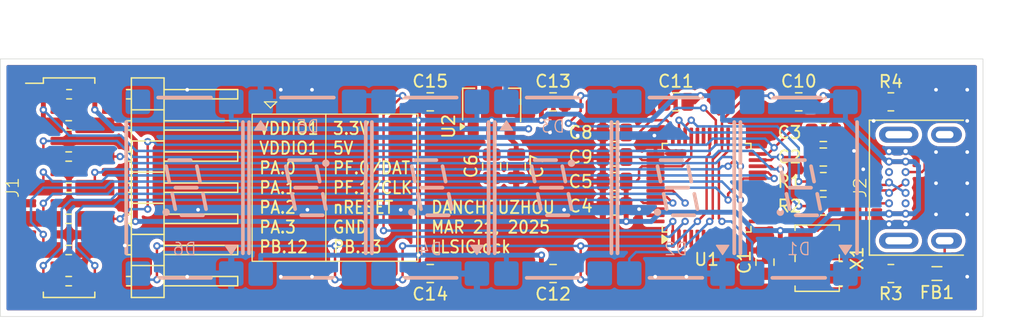
<source format=kicad_pcb>
(kicad_pcb (version 20240108) (generator "pcbnew") (generator_version "8.0")
  (layers (0 "F.Cu" signal) (31 "B.Cu" signal) (34 "B.Paste" user) (35 "F.Paste" user) (36 "B.SilkS" user "B.Silkscreen") (37 "F.SilkS" user "F.Silkscreen") (38 "B.Mask" user) (39 "F.Mask" user) (44 "Edge.Cuts" user))
  (net 0 "")
  (net 1 "+5V")
  (net 2 "GND")
  (net 3 "Net-(J2-SHIELD)")
  (net 4 "Net-(J2-CC2)")
  (net 5 "+3.3V")
  (net 6 "Net-(U1-USB_V_{DD33_CAP})")
  (net 7 "Net-(U1-LDO_CAP)")
  (net 8 "/LLSI1")
  (net 10 "/PB.13")
  (net 11 "/VDDIO1")
  (net 12 "/PB.12")
  (net 13 "/PA.0")
  (net 14 "/PA.1")
  (net 15 "/nRESET")
  (net 17 "/PF.0{slash}ICE_DAT")
  (net 20 "/PA.2")
  (net 22 "/PF.1{slash}ICE_CLK")
  (net 25 "/PA.3")
  (net 28 "/D-")
  (net 29 "/D+")
  (net 32 "Net-(U1-USB_D-)")
  (net 35 "Net-(U1-USB_D+)")
  (net 36 "/LLSI0")
  (net 39 "/LLSI2")
  (net 40 "/LLSI3")
  (net 42 "/LLSI4")
  (net 43 "/LLSI5")
  (net 46 "/XT1_IN")
  (net 53 "Net-(J2-CC1)")
  (footprint "Resistor_SMD:R_0805_2012Metric" (layer "F.Cu") (at 72.5 3.5)
    (property "Reference" "R4")
    (property "Value" "5.1K")
  )
  (footprint "Capacitor_SMD:C_0805_2012Metric" (layer "F.Cu") (at 45 3.5 180)
    (property "Reference" "C13")
    (property "Value" "1uF")
  )
  (footprint "Capacitor_SMD:C_0805_2012Metric" (layer "F.Cu") (at 55 3.5)
    (property "Reference" "C11")
    (property "Value" "1uF")
  )
  (footprint "Capacitor_SMD:C_0805_2012Metric" (layer "F.Cu") (at 62.25 16.57 -90)
    (property "Reference" "C1")
    (property "Value" "1uF")
  )
  (footprint "Capacitor_SMD:C_0805_2012Metric" (layer "F.Cu") (at 67 8 180)
    (property "Reference" "C2")
    (property "Value" "1uF")
  )
  (footprint "Capacitor_SMD:C_0805_2012Metric" (layer "F.Cu") (at 35 17.5 180)
    (property "Reference" "C14")
    (property "Value" "1uF")
  )
  (footprint "Capacitor_SMD:C_0805_2012Metric" (layer "F.Cu") (at 45 17.5 180)
    (property "Reference" "C12")
    (property "Value" "1uF")
  )
  (footprint "Inductor_SMD:L_0805_2012Metric" (layer "F.Cu") (at 76.25 17.5)
    (property "Reference" "FB1")
    (property "Value" "FerriteBead_Small")
  )
  (footprint "Capacitor_SMD:C_0805_2012Metric" (layer "F.Cu") (at 42 8.75 -90)
    (property "Reference" "C7")
    (property "Value" "1uF")
  )
  (footprint "Resistor_SMD:R_0805_2012Metric" (layer "F.Cu") (at 72.5 17.5 180)
    (property "Reference" "R3")
    (property "Value" "5.1K")
  )
  (footprint "Oscillator:Oscillator_SMD_SeikoEpson_SG8002LB-4Pin_5.0x3.2mm" (layer "F.Cu") (at 66.5 16.25 90)
    (property "Reference" "X1")
    (property "Value" "SG-5032CCN")
  )
  (footprint "Resistor_SMD:R_0805_2012Metric" (layer "F.Cu") (at 67 10)
    (property "Reference" "R1")
    (property "Value" "27R")
  )
  (footprint "Capacitor_SMD:C_0805_2012Metric" (layer "F.Cu") (at 40 8.75 -90)
    (property "Reference" "C6")
    (property "Value" "1uF")
  )
  (footprint "Capacitor_SMD:C_0805_2012Metric" (layer "F.Cu") (at 50 6 180)
    (property "Reference" "C8")
    (property "Value" "1uF")
  )
  (footprint "Package_QFP:LQFP-48_7x7mm_P0.5mm" (layer "F.Cu") (at 57.5 10.5 90)
    (property "Reference" "U1")
    (property "Value" "NUC1263LD4CE")
  )
  (footprint "kicad:TSM-107-01-L-DH" (layer "F.Cu") (at 12 10.5)
    (property "Reference" "J1")
    (property "Value" "TSM-107-01-L-DH")
  )
  (footprint "Capacitor_SMD:C_0805_2012Metric" (layer "F.Cu") (at 50 12 180)
    (property "Reference" "C4")
    (property "Value" "1uF")
  )
  (footprint "Capacitor_SMD:C_0805_2012Metric" (layer "F.Cu") (at 67 6)
    (property "Reference" "C3")
    (property "Value" "1uF")
  )
  (footprint "Package_TO_SOT_SMD:SOT-89-3" (layer "F.Cu") (at 40 3.75 90)
    (property "Reference" "U2")
    (property "Value" "MCP1702T-3302E/MB")
  )
  (footprint "kicad:2137160001_USB4085" (layer "F.Cu") (at 80 10.5 90)
    (property "Reference" "J2")
    (property "Value" "USB4085-GF-A")
  )
  (footprint "Capacitor_SMD:C_0805_2012Metric" (layer "F.Cu") (at 35 3.5 180)
    (property "Reference" "C15")
    (property "Value" "1uF")
  )
  (footprint "Resistor_SMD:R_0805_2012Metric" (layer "F.Cu") (at 67 12)
    (property "Reference" "R2")
    (property "Value" "27R")
  )
  (footprint "Capacitor_SMD:C_0805_2012Metric" (layer "F.Cu") (at 50 10)
    (property "Reference" "C5")
    (property "Value" "1uF")
  )
  (footprint "Capacitor_SMD:C_0805_2012Metric" (layer "F.Cu") (at 65 3.5)
    (property "Reference" "C10")
    (property "Value" "1uF")
  )
  (footprint "Capacitor_SMD:C_0805_2012Metric" (layer "F.Cu") (at 50 8 180)
    (property "Reference" "C9")
    (property "Value" "1uF")
  )
  (footprint "kicad:ELSS-4X6RGBWA-T2-S290-C" (layer "B.Cu") (at 65 10.5 180)
    (property "Reference" "D1")
    (property "Value" "ELSS-4X6RGBWA-T2-S290-C")
  )
  (footprint "kicad:ELSS-4X6RGBWA-T2-S290-C" (layer "B.Cu") (at 25 10.5)
    (property "Reference" "D5")
    (property "Value" "ELSS-4X6RGBWA-T2-S290-C")
  )
  (footprint "kicad:ELSS-4X6RGBWA-T2-S290-C" (layer "B.Cu") (at 45 10.5)
    (property "Reference" "D3")
    (property "Value" "ELSS-4X6RGBWA-T2-S290-C")
  )
  (footprint "kicad:ELSS-4X6RGBWA-T2-S290-C" (layer "B.Cu") (at 55 10.5 180)
    (property "Reference" "D2")
    (property "Value" "ELSS-4X6RGBWA-T2-S290-C")
  )
  (footprint "kicad:ELSS-4X6RGBWA-T2-S290-C" (layer "B.Cu") (at 15 10.5 180)
    (property "Reference" "D6")
    (property "Value" "ELSS-4X6RGBWA-T2-S290-C")
  )
  (footprint "kicad:ELSS-4X6RGBWA-T2-S290-C" (layer "B.Cu") (at 35 10.5 180)
    (property "Reference" "D4")
    (property "Value" "ELSS-4X6RGBWA-T2-S290-C")
  )
  (gr_line (start 26.5 4.5) (end 26.5 16.5) (stroke (width 0.1)) (layer "F.SilkS"))
  (gr_rect (start 20.5 4.5) (end 34 16.5) (stroke (width 0.1)) (fill none) (layer "F.SilkS"))
  (gr_line (start 22 4) (end 21.5 3.5) (stroke (width 0.1)) (layer "F.SilkS"))
  (gr_line (start 21.5 3.5) (end 22.5 3.5) (stroke (width 0.1)) (layer "F.SilkS"))
  (gr_line (start 22.5 3.5) (end 22 4) (stroke (width 0.1)) (layer "F.SilkS"))
  (gr_rect (start 0 0) (end 80 21) (stroke (width 0.05)) (fill none) (layer "Edge.Cuts"))
  (gr_text "\n\n\n\nDANCHOUZHOU\nMAR 21, 2025\nLLSIClock" (at 35 10.5 0) (layer "F.SilkS") (effects (font (size 1 0.9)) (justify left)))
  (gr_text "VDDIO1\nVDDIO1\nPA.0\nPA.1\nPA.2\nPA.3\nPB.12" (at 21 10.5 0) (layer "F.SilkS") (effects (font (size 1 0.9)) (justify left)))
  (gr_text "3.3V\n5V\nPF.0/DAT\nPF.1/CLK\nnRESET\nGND\nPB.13" (at 27 10.5 0) (layer "F.SilkS") (effects (font (size 1 0.9)) (justify left)))
  (segment (start 72.35 12.625) (end 73.7 12.625) (width 0.4) (layer "F.Cu") (net 1))
  (segment (start 34.05 5) (end 34.05 3.5) (width 0.4) (layer "F.Cu") (net 1))
  (segment (start 52.098529 11.5) (end 51.45 11.5) (width 0.2) (layer "F.Cu") (net 1))
  (segment (start 55.5 8.75) (end 56.25 8) (width 0.2) (layer "F.Cu") (net 1))
  (segment (start 62.25 17.52) (end 63.5 17.52) (width 0.4) (layer "F.Cu") (net 1))
  (segment (start 44.05 16) (end 44.05 17.5) (width 0.4) (layer "F.Cu") (net 1))
  (segment (start 63.5 17.52) (end 65.4 17.52) (width 0.4) (layer "F.Cu") (net 1))
  (segment (start 51.75 10) (end 52 9.75) (width 0.2) (layer "F.Cu") (net 1))
  (segment (start 11 6.67) (end 9.75 5.42) (width 0.4) (layer "F.Cu") (net 1))
  (segment (start 50.95 12) (end 50.95 10) (width 0.4) (layer "F.Cu") (net 1))
  (segment (start 52 9) (end 52.25 8.75) (width 0.2) (layer "F.Cu") (net 1))
  (segment (start 34.05 16) (end 34.05 17.5) (width 0.4) (layer "F.Cu") (net 1))
  (segment (start 52.25 8.75) (end 53.3375 8.75) (width 0.2) (layer "F.Cu") (net 1))
  (segment (start 50.95 13.25) (end 50.95 12) (width 0.4) (layer "F.Cu") (net 1))
  (segment (start 53.3375 11.75) (end 52.348529 11.75) (width 0.2) (layer "F.Cu") (net 1))
  (segment (start 50.95 10) (end 51.75 10) (width 0.2) (layer "F.Cu") (net 1))
  (segment (start 52 9.75) (end 52 9) (width 0.2) (layer "F.Cu") (net 1))
  (segment (start 40 5.6125) (end 40 7.8) (width 0.4) (layer "F.Cu") (net 1))
  (segment (start 51.45 11.5) (end 50.95 12) (width 0.2) (layer "F.Cu") (net 1))
  (segment (start 66.5 3.5) (end 65.95 3.5) (width 0.4) (layer "F.Cu") (net 1))
  (segment (start 56.25 8) (end 56.25 6.3375) (width 0.2) (layer "F.Cu") (net 1))
  (segment (start 9.75 5.42) (end 7.695 5.42) (width 0.4) (layer "F.Cu") (net 1))
  (segment (start 52.348529 11.75) (end 52.098529 11.5) (width 0.2) (layer "F.Cu") (net 1))
  (segment (start 56.5 3.5) (end 57 3) (width 0.4) (layer "F.Cu") (net 1))
  (segment (start 34.05 5) (end 34.05 16) (width 0.4) (layer "F.Cu") (net 1))
  (segment (start 44.05 5) (end 44.05 3.5) (width 0.4) (layer "F.Cu") (net 1))
  (segment (start 67 3) (end 66.5 3.5) (width 0.4) (layer "F.Cu") (net 1))
  (segment (start 55.95 3.5) (end 56.5 3.5) (width 0.4) (layer "F.Cu") (net 1))
  (segment (start 11 13.25) (end 11 6.67) (width 0.4) (layer "F.Cu") (net 1))
  (segment (start 53.3375 8.75) (end 55.5 8.75) (width 0.2) (layer "F.Cu") (net 1))
  (segment (start 63.5 14) (end 63.5 17.52) (width 0.4) (layer "F.Cu") (net 1))
  (segment (start 72.35 8.375) (end 73.7 8.375) (width 0.4) (layer "F.Cu") (net 1))
  (via (at 34.05 5) (size 0.6) (drill 0.3) (layers "F.Cu" "B.Cu") (net 1))
  (via (at 57 3) (size 0.6) (drill 0.3) (layers "F.Cu" "B.Cu") (net 1))
  (via (at 50.95 13.25) (size 0.6) (drill 0.3) (layers "F.Cu" "B.Cu") (net 1))
  (via (at 34.05 16) (size 0.6) (drill 0.3) (layers "F.Cu" "B.Cu") (net 1))
  (via (at 63.5 14) (size 0.6) (drill 0.3) (layers "F.Cu" "B.Cu") (net 1))
  (via (at 44.05 5) (size 0.6) (drill 0.3) (layers "F.Cu" "B.Cu") (net 1))
  (via (at 67 3) (size 0.6) (drill 0.3) (layers "F.Cu" "B.Cu") (net 1))
  (via (at 40 5) (size 0.6) (drill 0.3) (layers "F.Cu" "B.Cu") (net 1))
  (via (at 11 13.25) (size 0.6) (drill 0.3) (layers "F.Cu" "B.Cu") (net 1))
  (via (at 44.05 16) (size 0.6) (drill 0.3) (layers "F.Cu" "B.Cu") (net 1))
  (segment (start 38.8 5) (end 34.05 5) (width 0.4) (layer "B.Cu") (net 1))
  (segment (start 67 3) (end 68.8 3) (width 0.4) (layer "B.Cu") (net 1))
  (segment (start 53 13.25) (end 50.95 13.25) (width 0.4) (layer "B.Cu") (net 1))
  (segment (start 74.75 8.75) (end 74.75 12.250153) (width 0.4) (layer "B.Cu") (net 1))
  (segment (start 72.35 12.625) (end 67.625 12.625) (width 0.4) (layer "B.Cu") (net 1))
  (segment (start 63.5 14) (end 61.375 14) (width 0.4) (layer "B.Cu") (net 1))
  (segment (start 34.05 16) (end 41.2 16) (width 0.4) (layer "B.Cu") (net 1))
  (segment (start 74.375153 12.625) (end 73.7 12.625) (width 0.4) (layer "B.Cu") (net 1))
  (segment (start 58.8 5) (end 68.8 5) (width 0.4) (layer "B.Cu") (net 1))
  (segment (start 41.2 16) (end 44.05 16) (width 0.4) (layer "B.Cu") (net 1))
  (segment (start 73.7 12.625) (end 72.35 12.625) (width 0.4) (layer "B.Cu") (net 1))
  (segment (start 38.8 5) (end 38.8 3) (width 0.4) (layer "B.Cu") (net 1))
  (segment (start 44.05 5) (end 40 5) (width 0.4) (layer "B.Cu") (net 1))
  (segment (start 55 3) (end 57 3) (width 0.4) (layer "B.Cu") (net 1))
  (segment (start 72.175 8.375) (end 68.8 5) (width 0.4) (layer "B.Cu") (net 1))
  (segment (start 34.05 5) (end 18.8 5) (width 0.4) (layer "B.Cu") (net 1))
  (segment (start 73.7 8.375) (end 74.375 8.375) (width 0.4) (layer "B.Cu") (net 1))
  (segment (start 47.6 5) (end 53 5) (width 0.4) (layer "B.Cu") (net 1))
  (segment (start 41.2 16) (end 41.2 18) (width 0.4) (layer "B.Cu") (net 1))
  (segment (start 53.75 12.5) (end 53 13.25) (width 0.4) (layer "B.Cu") (net 1))
  (segment (start 18.8 5) (end 18.8 3) (width 0.4) (layer "B.Cu") (net 1))
  (segment (start 44.55 4.5) (end 47.1 4.5) (width 0.4) (layer "B.Cu") (net 1))
  (segment (start 72.35 8.375) (end 72.175 8.375) (width 0.4) (layer "B.Cu") (net 1))
  (segment (start 66.25 14) (end 63.5 14) (width 0.4) (layer "B.Cu") (net 1))
  (segment (start 67.625 12.625) (end 66.25 14) (width 0.4) (layer "B.Cu") (net 1))
  (segment (start 21.2 16) (end 34.05 16) (width 0.4) (layer "B.Cu") (net 1))
  (segment (start 72.35 8.375) (end 73.7 8.375) (width 0.4) (layer "B.Cu") (net 1))
  (segment (start 44.05 5) (end 44.55 4.5) (width 0.4) (layer "B.Cu") (net 1))
  (segment (start 68.8 5) (end 68.8 3) (width 0.4) (layer "B.Cu") (net 1))
  (segment (start 40 5) (end 38.8 5) (width 0.4) (layer "B.Cu") (net 1))
  (segment (start 21.2 16) (end 21.2 18) (width 0.4) (layer "B.Cu") (net 1))
  (segment (start 74.375 8.375) (end 74.75 8.75) (width 0.4) (layer "B.Cu") (net 1))
  (segment (start 53 5) (end 55 3) (width 0.4) (layer "B.Cu") (net 1))
  (segment (start 59.875 12.5) (end 53.75 12.5) (width 0.4) (layer "B.Cu") (net 1))
  (segment (start 74.75 12.250153) (end 74.375153 12.625) (width 0.4) (layer "B.Cu") (net 1))
  (segment (start 58.8 3) (end 58.8 5) (width 0.4) (layer "B.Cu") (net 1))
  (segment (start 61.375 14) (end 59.875 12.5) (width 0.4) (layer "B.Cu") (net 1))
  (segment (start 11 13.25) (end 50.95 13.25) (width 0.4) (layer "B.Cu") (net 1))
  (segment (start 57 3) (end 58.8 3) (width 0.4) (layer "B.Cu") (net 1))
  (segment (start 47.1 4.5) (end 47.6 5) (width 0.4) (layer "B.Cu") (net 1))
  (segment (start 53.3375 12.25) (end 52 12.25) (width 0.2) (layer "F.Cu") (net 2))
  (via (at 78.715 2.515) (size 0.6) (drill 0.3) (layers "F.Cu" "B.Cu") (net 2))
  (via (at 55.855 17.755) (size 0.6) (drill 0.3) (layers "F.Cu" "B.Cu") (net 2))
  (via (at 71.095 5.055) (size 0.6) (drill 0.3) (layers "F.Cu" "B.Cu") (net 2))
  (via (at 10.135 15.215) (size 0.6) (drill 0.3) (layers "F.Cu" "B.Cu") (net 2))
  (via (at 47 6.25) (size 0.6) (drill 0.3) (layers "F.Cu" "B.Cu") (net 2))
  (via (at 44.75 6) (size 0.6) (drill 0.3) (layers "F.Cu" "B.Cu") (net 2))
  (via (at 78.715 5.055) (size 0.6) (drill 0.3) (layers "F.Cu" "B.Cu") (net 2))
  (via (at 53.25 6.25) (size 0.6) (drill 0.3) (layers "F.Cu" "B.Cu") (net 2))
  (via (at 32.6 12.3) (size 0.6) (drill 0.3) (layers "F.Cu" "B.Cu") (net 2))
  (via (at 76.175 10.135) (size 0.6) (drill 0.3) (layers "F.Cu" "B.Cu") (net 2))
  (via (at 53.315 17.755) (size 0.6) (drill 0.3) (layers "F.Cu" "B.Cu") (net 2))
  (via (at 25 12.3) (size 0.6) (drill 0.3) (layers "F.Cu" "B.Cu") (net 2))
  (via (at 22.835 2.515) (size 0.6) (drill 0.3) (layers "F.Cu" "B.Cu") (net 2))
  (via (at 78.715 12.675) (size 0.6) (drill 0.3) (layers "F.Cu" "B.Cu") (net 2))
  (via (at 76.175 12.675) (size 0.6) (drill 0.3) (layers "F.Cu" "B.Cu") (net 2))
  (via (at 22.835 17.755) (size 0.6) (drill 0.3) (layers "F.Cu" "B.Cu") (net 2))
  (via (at 15.215 17.755) (size 0.6) (drill 0.3) (layers "F.Cu" "B.Cu") (net 2))
  (via (at 70.25 9) (size 0.6) (drill 0.3) (layers "F.Cu" "B.Cu") (net 2))
  (via (at 25.375 17.755) (size 0.6) (drill 0.3) (layers "F.Cu" "B.Cu") (net 2))
  (via (at 52 12.25) (size 0.6) (drill 0.3) (layers "F.Cu" "B.Cu") (net 2))
  (via (at 15.215 2.515) (size 0.6) (drill 0.3) (layers "F.Cu" "B.Cu") (net 2))
  (via (at 63.5 12.25) (size 0.6) (drill 0.3) (layers "F.Cu" "B.Cu") (net 2))
  (via (at 78.715 17.755) (size 0.6) (drill 0.3) (layers "F.Cu" "B.Cu") (net 2))
  (via (at 69.5 7.5) (size 0.6) (drill 0.3) (layers "F.Cu" "B.Cu") (net 2))
  (via (at 76.175 7.595) (size 0.6) (drill 0.3) (layers "F.Cu" "B.Cu") (net 2))
  (via (at 78.715 7.595) (size 0.6) (drill 0.3) (layers "F.Cu" "B.Cu") (net 2))
  (via (at 76.175 2.515) (size 0.6) (drill 0.3) (layers "F.Cu" "B.Cu") (net 2))
  (via (at 25.375 2.515) (size 0.6) (drill 0.3) (layers "F.Cu" "B.Cu") (net 2))
  (via (at 16.1 12.3) (size 0.6) (drill 0.3) (layers "F.Cu" "B.Cu") (net 2))
  (via (at 45.9 12.3) (size 0.6) (drill 0.3) (layers "F.Cu" "B.Cu") (net 2))
  (via (at 78.715 10.135) (size 0.6) (drill 0.3) (layers "F.Cu" "B.Cu") (net 2))
  (segment (start 77.3125 16.5) (end 76.88 16.0675) (width 0.2) (layer "F.Cu") (net 3))
  (segment (start 77.3125 17.5) (end 77.3125 16.5) (width 0.2) (layer "F.Cu") (net 3))
  (segment (start 76.88 16.0675) (end 76.88 14.8225) (width 0.2) (layer "F.Cu") (net 3))
  (segment (start 75.25 3.75) (end 75.25 9) (width 0.2) (layer "F.Cu") (net 4))
  (segment (start 75.025 9.225) (end 73.7 9.225) (width 0.2) (layer "F.Cu") (net 4))
  (segment (start 75 3.5) (end 75.25 3.75) (width 0.2) (layer "F.Cu") (net 4))
  (segment (start 73.4125 3.5) (end 75 3.5) (width 0.2) (layer "F.Cu") (net 4))
  (segment (start 75.25 9) (end 75.025 9.225) (width 0.2) (layer "F.Cu") (net 4))
  (segment (start 41.5 5.7) (end 43 5.7) (width 0.4) (layer "F.Cu") (net 5))
  (segment (start 41.5 5.7) (end 41.5 6.5) (width 0.4) (layer "F.Cu") (net 5))
  (segment (start 42 7) (end 42 7.8) (width 0.4) (layer "F.Cu") (net 5))
  (segment (start 7.695 4.15) (end 7.695 2.88) (width 0.4) (layer "F.Cu") (net 5))
  (segment (start 41.5 6.5) (end 42 7) (width 0.4) (layer "F.Cu") (net 5))
  (via (at 7.695 4.15) (size 0.6) (drill 0.3) (layers "F.Cu" "B.Cu") (net 5))
  (via (at 43 5.7) (size 0.6) (drill 0.3) (layers "F.Cu" "B.Cu") (net 5))
  (segment (start 9.245 5.7) (end 7.695 4.15) (width 0.4) (layer "B.Cu") (net 5))
  (segment (start 43 5.7) (end 9.245 5.7) (width 0.4) (layer "B.Cu") (net 5))
  (segment (start 53 5) (end 54.25 5) (width 0.2) (layer "F.Cu") (net 6))
  (segment (start 50.95 6) (end 52 6) (width 0.2) (layer "F.Cu") (net 6))
  (segment (start 52 6) (end 53 5) (width 0.2) (layer "F.Cu") (net 6))
  (segment (start 54.25 5) (end 54.75 5.5) (width 0.2) (layer "F.Cu") (net 6))
  (segment (start 54.75 5.5) (end 54.75 6.3375) (width 0.2) (layer "F.Cu") (net 6))
  (segment (start 53.3375 8.25) (end 52.25 8.25) (width 0.2) (layer "F.Cu") (net 7))
  (segment (start 52 8) (end 50.95 8) (width 0.2) (layer "F.Cu") (net 7))
  (segment (start 52.25 8.25) (end 52 8) (width 0.2) (layer "F.Cu") (net 7))
  (segment (start 62.75 3) (end 60.75 3) (width 0.2) (layer "F.Cu") (net 8))
  (segment (start 58.75 6.3375) (end 58.75 7.434314) (width 0.2) (layer "F.Cu") (net 8))
  (segment (start 58.75 7.434314) (end 58 8.184314) (width 0.2) (layer "F.Cu") (net 8))
  (segment (start 58.75 5) (end 58.75 6.3375) (width 0.2) (layer "F.Cu") (net 8))
  (segment (start 58 13) (end 57.75 13.25) (width 0.2) (layer "F.Cu") (net 8))
  (segment (start 58 8.184314) (end 58 13) (width 0.2) (layer "F.Cu") (net 8))
  (segment (start 60.75 3) (end 58.75 5) (width 0.2) (layer "F.Cu") (net 8))
  (via (at 62.75 3) (size 0.6) (drill 0.3) (layers "F.Cu" "B.Cu") (net 8))
  (via (at 57.75 13.25) (size 0.6) (drill 0.3) (layers "F.Cu" "B.Cu") (net 8))
  (segment (start 62.75 3) (end 61.2 3) (width 0.2) (layer "B.Cu") (net 8))
  (segment (start 51.2 16.3) (end 51.75 15.75) (width 0.2) (layer "B.Cu") (net 8))
  (segment (start 51.2 18) (end 51.2 16.3) (width 0.2) (layer "B.Cu") (net 8))
  (segment (start 51.75 15.75) (end 55.25 15.75) (width 0.2) (layer "B.Cu") (net 8))
  (segment (start 55.25 15.75) (end 57.75 13.25) (width 0.2) (layer "B.Cu") (net 8))
  (segment (start 55.75 11.75) (end 54.75 10.75) (width 0.2) (layer "F.Cu") (net 10))
  (segment (start 3.505 18.12) (end 3.505 16.855) (width 0.2) (layer "F.Cu") (net 10))
  (segment (start 3.505 16.855) (end 3.5 16.85) (width 0.2) (layer "F.Cu") (net 10))
  (segment (start 54.75 10.75) (end 53.3375 10.75) (width 0.2) (layer "F.Cu") (net 10))
  (via (at 55.75 11.75) (size 0.6) (drill 0.3) (layers "F.Cu" "B.Cu") (net 10))
  (via (at 3.5 16.85) (size 0.6) (drill 0.3) (layers "F.Cu" "B.Cu") (net 10))
  (segment (start 55 11) (end 9.5 11) (width 0.2) (layer "B.Cu") (net 10))
  (segment (start 9 11.5) (end 5.75 11.5) (width 0.2) (layer "B.Cu") (net 10))
  (segment (start 9.5 11) (end 9 11.5) (width 0.2) (layer "B.Cu") (net 10))
  (segment (start 5 15.35) (end 3.5 16.85) (width 0.2) (layer "B.Cu") (net 10))
  (segment (start 5 12.25) (end 5 15.35) (width 0.2) (layer "B.Cu") (net 10))
  (segment (start 55.75 11.75) (end 55 11) (width 0.2) (layer "B.Cu") (net 10))
  (segment (start 5.75 11.5) (end 5 12.25) (width 0.2) (layer "B.Cu") (net 10))
  (segment (start 63.5 8) (end 66.05 8) (width 0.2) (layer "F.Cu") (net 11))
  (segment (start 61.6625 8.25) (end 62.75 8.25) (width 0.2) (layer "F.Cu") (net 11))
  (segment (start 62.75 8.25) (end 63 8) (width 0.2) (layer "F.Cu") (net 11))
  (segment (start 3.505 2.88) (end 3.505 4.15) (width 0.4) (layer "F.Cu") (net 11))
  (segment (start 63 8) (end 63.5 8) (width 0.2) (layer "F.Cu") (net 11))
  (segment (start 3.505 5.42) (end 3.505 4.15) (width 0.4) (layer "F.Cu") (net 11))
  (via (at 63.5 8) (size 0.6) (drill 0.3) (layers "F.Cu" "B.Cu") (net 11))
  (via (at 3.505 4.15) (size 0.6) (drill 0.3) (layers "F.Cu" "B.Cu") (net 11))
  (segment (start 11.065686 7.5) (end 9.815686 6.25) (width 0.2) (layer "B.Cu") (net 11))
  (segment (start 62.75 8) (end 61.75 7) (width 0.2) (layer "B.Cu") (net 11))
  (segment (start 63.5 8) (end 62.75 8) (width 0.2) (layer "B.Cu") (net 11))
  (segment (start 57.75 7.5) (end 11.065686 7.5) (width 0.2) (layer "B.Cu") (net 11))
  (segment (start 61.75 7) (end 58.25 7) (width 0.2) (layer "B.Cu") (net 11))
  (segment (start 9.815686 6.25) (end 5.605 6.25) (width 0.2) (layer "B.Cu") (net 11))
  (segment (start 5.605 6.25) (end 3.505 4.15) (width 0.2) (layer "B.Cu") (net 11))
  (segment (start 58.25 7) (end 57.75 7.5) (width 0.2) (layer "B.Cu") (net 11))
  (segment (start 54.25 11.25) (end 53.3375 11.25) (width 0.2) (layer "F.Cu") (net 12))
  (segment (start 54.75 11.75) (end 54.25 11.25) (width 0.2) (layer "F.Cu") (net 12))
  (segment (start 7.695 18.12) (end 7.695 16.85) (width 0.2) (layer "F.Cu") (net 12))
  (via (at 7.695 16.85) (size 0.6) (drill 0.3) (layers "F.Cu" "B.Cu") (net 12))
  (via (at 54.75 11.75) (size 0.6) (drill 0.3) (layers "F.Cu" "B.Cu") (net 12))
  (segment (start 6.195 12.555) (end 6.195 15.35) (width 0.2) (layer "B.Cu") (net 12))
  (segment (start 54.25 11.75) (end 54 11.5) (width 0.2) (layer "B.Cu") (net 12))
  (segment (start 54.75 11.75) (end 54.25 11.75) (width 0.2) (layer "B.Cu") (net 12))
  (segment (start 9.25 12) (end 6.75 12) (width 0.2) (layer "B.Cu") (net 12))
  (segment (start 9.75 11.5) (end 9.25 12) (width 0.2) (layer "B.Cu") (net 12))
  (segment (start 6.75 12) (end 6.195 12.555) (width 0.2) (layer "B.Cu") (net 12))
  (segment (start 54 11.5) (end 9.75 11.5) (width 0.2) (layer "B.Cu") (net 12))
  (segment (start 6.195 15.35) (end 7.695 16.85) (width 0.2) (layer "B.Cu") (net 12))
  (segment (start 62.75 8.75) (end 61.6625 8.75) (width 0.2) (layer "F.Cu") (net 13))
  (segment (start 63 9) (end 62.75 8.75) (width 0.2) (layer "F.Cu") (net 13))
  (segment (start 3.505 7.96) (end 3.505 6.69) (width 0.2) (layer "F.Cu") (net 13))
  (segment (start 63.491051 9) (end 63 9) (width 0.2) (layer "F.Cu") (net 13))
  (segment (start 63.5 8.991051) (end 63.491051 9) (width 0.2) (layer "F.Cu") (net 13))
  (via (at 63.5 8.991051) (size 0.6) (drill 0.3) (layers "F.Cu" "B.Cu") (net 13))
  (via (at 3.505 6.69) (size 0.6) (drill 0.3) (layers "F.Cu" "B.Cu") (net 13))
  (segment (start 9.505686 6.69) (end 10.815686 8) (width 0.2) (layer "B.Cu") (net 13))
  (segment (start 58 8) (end 58.5 7.5) (width 0.2) (layer "B.Cu") (net 13))
  (segment (start 10.815686 8) (end 58 8) (width 0.2) (layer "B.Cu") (net 13))
  (segment (start 3.505 6.69) (end 9.505686 6.69) (width 0.2) (layer "B.Cu") (net 13))
  (segment (start 62.741051 8.991051) (end 63.5 8.991051) (width 0.2) (layer "B.Cu") (net 13))
  (segment (start 58.5 7.5) (end 61.25 7.5) (width 0.2) (layer "B.Cu") (net 13))
  (segment (start 61.25 7.5) (end 62.741051 8.991051) (width 0.2) (layer "B.Cu") (net 13))
  (segment (start 62.5 9.25) (end 61.6625 9.25) (width 0.2) (layer "F.Cu") (net 14))
  (segment (start 3.505 10.5) (end 3.505 9.23) (width 0.2) (layer "F.Cu") (net 14))
  (segment (start 63 9.75) (end 62.5 9.25) (width 0.2) (layer "F.Cu") (net 14))
  (via (at 3.505 9.23) (size 0.6) (drill 0.3) (layers "F.Cu" "B.Cu") (net 14))
  (via (at 63 9.75) (size 0.6) (drill 0.3) (layers "F.Cu" "B.Cu") (net 14))
  (segment (start 8.25 10) (end 4.25 10) (width 0.2) (layer "B.Cu") (net 14))
  (segment (start 62.5 9.75) (end 62.25 9.5) (width 0.2) (layer "B.Cu") (net 14))
  (segment (start 4.25 10) (end 4.25 9.975) (width 0.2) (layer "B.Cu") (net 14))
  (segment (start 4.25 9.975) (end 3.505 9.23) (width 0.2) (layer "B.Cu") (net 14))
  (segment (start 63 9.75) (end 62.5 9.75) (width 0.2) (layer "B.Cu") (net 14))
  (segment (start 8.75 9.5) (end 8.25 10) (width 0.2) (layer "B.Cu") (net 14))
  (segment (start 62.25 9.5) (end 8.75 9.5) (width 0.2) (layer "B.Cu") (net 14))
  (segment (start 61.6625 7.75) (end 62.488068 7.75) (width 0.2) (layer "F.Cu") (net 15))
  (segment (start 64.25 6) (end 66.05 6) (width 0.2) (layer "F.Cu") (net 15))
  (segment (start 12 6.75) (end 12 12.25) (width 0.2) (layer "F.Cu") (net 15))
  (segment (start 7.695 13.04) (end 9.75 13.04) (width 0.2) (layer "F.Cu") (net 15))
  (segment (start 62.488068 7.75) (end 62.997017 7.241051) (width 0.2) (layer "F.Cu") (net 15))
  (segment (start 63.008949 7.241051) (end 64.25 6) (width 0.2) (layer "F.Cu") (net 15))
  (segment (start 62.997017 7.241051) (end 63.008949 7.241051) (width 0.2) (layer "F.Cu") (net 15))
  (via (at 62.997017 7.241051) (size 0.6) (drill 0.3) (layers "F.Cu" "B.Cu") (net 15))
  (via (at 12 6.75) (size 0.6) (drill 0.3) (layers "F.Cu" "B.Cu") (net 15))
  (via (at 9.75 13.04) (size 0.6) (drill 0.3) (layers "F.Cu" "B.Cu") (net 15))
  (via (at 12 12.25) (size 0.6) (drill 0.3) (layers "F.Cu" "B.Cu") (net 15))
  (segment (start 62.255966 6.5) (end 62.997017 7.241051) (width 0.2) (layer "B.Cu") (net 15))
  (segment (start 12 12.25) (end 10.54 12.25) (width 0.2) (layer "B.Cu") (net 15))
  (segment (start 10.54 12.25) (end 9.75 13.04) (width 0.2) (layer "B.Cu") (net 15))
  (segment (start 57.5 7) (end 58 6.5) (width 0.2) (layer "B.Cu") (net 15))
  (segment (start 12.5 6.75) (end 12.75 7) (width 0.2) (layer "B.Cu") (net 15))
  (segment (start 12 6.75) (end 12.5 6.75) (width 0.2) (layer "B.Cu") (net 15))
  (segment (start 12.75 7) (end 57.5 7) (width 0.2) (layer "B.Cu") (net 15))
  (segment (start 58 6.5) (end 62.255966 6.5) (width 0.2) (layer "B.Cu") (net 15))
  (segment (start 60.25 8.75) (end 60.25 6.3375) (width 0.2) (layer "F.Cu") (net 17))
  (segment (start 7.695 7.96) (end 9.75 7.96) (width 0.2) (layer "F.Cu") (net 17))
  (via (at 9.75 7.96) (size 0.6) (drill 0.3) (layers "F.Cu" "B.Cu") (net 17))
  (via (at 60.25 8.75) (size 0.6) (drill 0.3) (layers "F.Cu" "B.Cu") (net 17))
  (segment (start 59.5 8) (end 58.75 8) (width 0.2) (layer "B.Cu") (net 17))
  (segment (start 58.75 8) (end 58.25 8.5) (width 0.2) (layer "B.Cu") (net 17))
  (segment (start 10.75 8.5) (end 10.21 7.96) (width 0.2) (layer "B.Cu") (net 17))
  (segment (start 60.25 8.75) (end 59.5 8) (width 0.2) (layer "B.Cu") (net 17))
  (segment (start 10.21 7.96) (end 9.75 7.96) (width 0.2) (layer "B.Cu") (net 17))
  (segment (start 58.25 8.5) (end 10.75 8.5) (width 0.2) (layer "B.Cu") (net 17))
  (segment (start 60.75 9.75) (end 60.5 9.75) (width 0.2) (layer "F.Cu") (net 20))
  (segment (start 3.505 13.04) (end 3.505 11.77) (width 0.2) (layer "F.Cu") (net 20))
  (segment (start 59.25 11) (end 59.25 11.5) (width 0.2) (layer "F.Cu") (net 20))
  (segment (start 61.6625 9.75) (end 60.75 9.75) (width 0.2) (layer "F.Cu") (net 20))
  (segment (start 60.5 9.75) (end 59.25 11) (width 0.2) (layer "F.Cu") (net 20))
  (via (at 59.25 11.5) (size 0.6) (drill 0.3) (layers "F.Cu" "B.Cu") (net 20))
  (via (at 3.505 11.77) (size 0.6) (drill 0.3) (layers "F.Cu" "B.Cu") (net 20))
  (segment (start 59.25 11.5) (end 58.25 10.5) (width 0.2) (layer "B.Cu") (net 20))
  (segment (start 58.25 10.5) (end 9.25 10.5) (width 0.2) (layer "B.Cu") (net 20))
  (segment (start 9.25 10.5) (end 8.75 11) (width 0.2) (layer "B.Cu") (net 20))
  (segment (start 4.275 11) (end 3.505 11.77) (width 0.2) (layer "B.Cu") (net 20))
  (segment (start 8.75 11) (end 4.275 11) (width 0.2) (layer "B.Cu") (net 20))
  (segment (start 7.695 10.5) (end 7.695 9.25) (width 0.2) (layer "F.Cu") (net 22))
  (segment (start 59.25 8.75) (end 59.75 8.25) (width 0.2) (layer "F.Cu") (net 22))
  (segment (start 59.75 8.25) (end 59.75 6.3375) (width 0.2) (layer "F.Cu") (net 22))
  (via (at 7.695 9.25) (size 0.6) (drill 0.3) (layers "F.Cu" "B.Cu") (net 22))
  (via (at 59.25 8.75) (size 0.6) (drill 0.3) (layers "F.Cu" "B.Cu") (net 22))
  (segment (start 59.25 8.75) (end 58.75 8.75) (width 0.2) (layer "B.Cu") (net 22))
  (segment (start 8.5 9) (end 8.25 9.25) (width 0.2) (layer "B.Cu") (net 22))
  (segment (start 58.75 8.75) (end 58.5 9) (width 0.2) (layer "B.Cu") (net 22))
  (segment (start 8.25 9.25) (end 7.695 9.25) (width 0.2) (layer "B.Cu") (net 22))
  (segment (start 58.5 9) (end 8.5 9) (width 0.2) (layer "B.Cu") (net 22))
  (segment (start 60.25 11.5) (end 60.25 10.75) (width 0.2) (layer "F.Cu") (net 25))
  (segment (start 60.75 10.25) (end 61.6625 10.25) (width 0.2) (layer "F.Cu") (net 25))
  (segment (start 3.505 15.58) (end 3.505 14.315) (width 0.2) (layer "F.Cu") (net 25))
  (segment (start 60.25 10.75) (end 60.75 10.25) (width 0.2) (layer "F.Cu") (net 25))
  (segment (start 3.505 14.315) (end 3.5 14.31) (width 0.2) (layer "F.Cu") (net 25))
  (via (at 3.5 14.31) (size 0.6) (drill 0.3) (layers "F.Cu" "B.Cu") (net 25))
  (via (at 60.25 11.5) (size 0.6) (drill 0.3) (layers "F.Cu" "B.Cu") (net 25))
  (segment (start 8.5 10.5) (end 3.5 10.5) (width 0.2) (layer "B.Cu") (net 25))
  (segment (start 3.5 10.5) (end 2.5 11.5) (width 0.2) (layer "B.Cu") (net 25))
  (segment (start 9 10) (end 8.5 10.5) (width 0.2) (layer "B.Cu") (net 25))
  (segment (start 60.25 11.5) (end 58.75 10) (width 0.2) (layer "B.Cu") (net 25))
  (segment (start 58.75 10) (end 9 10) (width 0.2) (layer "B.Cu") (net 25))
  (segment (start 2.5 13.31) (end 3.5 14.31) (width 0.2) (layer "B.Cu") (net 25))
  (segment (start 2.5 11.5) (end 2.5 13.31) (width 0.2) (layer "B.Cu") (net 25))
  (segment (start 68.875 10.775) (end 69.6568 10.775) (width 0.2) (layer "F.Cu") (net 28))
  (segment (start 72.150001 10.274999) (end 72.35 10.075) (width 0.2) (layer "F.Cu") (net 28))
  (segment (start 68.1 10) (end 68.875 10.775) (width 0.2) (layer "F.Cu") (net 28))
  (segment (start 70.156801 10.274999) (end 72.150001 10.274999) (width 0.2) (layer "F.Cu") (net 28))
  (segment (start 69.6568 10.775) (end 70.156801 10.274999) (width 0.2) (layer "F.Cu") (net 28))
  (segment (start 67.9125 10) (end 68.1 10) (width 0.2) (layer "F.Cu") (net 28))
  (segment (start 72.35 10.075) (end 73.7 10.925) (width 0.2) (layer "B.Cu") (net 28))
  (segment (start 68.1 12) (end 68.875 11.225) (width 0.2) (layer "F.Cu") (net 29))
  (segment (start 69.8432 11.225) (end 70.343199 10.725001) (width 0.2) (layer "F.Cu") (net 29))
  (segment (start 72.150001 10.725001) (end 72.35 10.925) (width 0.2) (layer "F.Cu") (net 29))
  (segment (start 67.9125 12) (end 68.1 12) (width 0.2) (layer "F.Cu") (net 29))
  (segment (start 70.343199 10.725001) (end 72.150001 10.725001) (width 0.2) (layer "F.Cu") (net 29))
  (segment (start 73.7 10.075) (end 72.35 10.925) (width 0.2) (layer "F.Cu") (net 29))
  (segment (start 68.875 11.225) (end 69.8432 11.225) (width 0.2) (layer "F.Cu") (net 29))
  (segment (start 55.75 5.5) (end 55.75 6.3375) (width 0.2) (layer "F.Cu") (net 32))
  (segment (start 66.0875 10) (end 65 10) (width 0.2) (layer "F.Cu") (net 32))
  (segment (start 56.25 5) (end 55.75 5.5) (width 0.2) (layer "F.Cu") (net 32))
  (via (at 56.25 5) (size 0.6) (drill 0.3) (layers "F.Cu" "B.Cu") (net 32))
  (via (at 65 10) (size 0.6) (drill 0.3) (layers "F.Cu" "B.Cu") (net 32))
  (segment (start 56.25 5) (end 56.75 5.5) (width 0.2) (layer "B.Cu") (net 32))
  (segment (start 63.25 5.5) (end 65 7.25) (width 0.2) (layer "B.Cu") (net 32))
  (segment (start 56.75 5.5) (end 63.25 5.5) (width 0.2) (layer "B.Cu") (net 32))
  (segment (start 65 7.25) (end 65 10) (width 0.2) (layer "B.Cu") (net 32))
  (segment (start 55.25 6.3375) (end 55.25 5) (width 0.2) (layer "F.Cu") (net 35))
  (segment (start 66.0875 12) (end 65 12) (width 0.2) (layer "F.Cu") (net 35))
  (via (at 65 12) (size 0.6) (drill 0.3) (layers "F.Cu" "B.Cu") (net 35))
  (via (at 55.25 5) (size 0.6) (drill 0.3) (layers "F.Cu" "B.Cu") (net 35))
  (segment (start 65 12) (end 64.25 11.25) (width 0.2) (layer "B.Cu") (net 35))
  (segment (start 56.25 6) (end 55.25 5) (width 0.2) (layer "B.Cu") (net 35))
  (segment (start 62.75 6) (end 56.25 6) (width 0.2) (layer "B.Cu") (net 35))
  (segment (start 64.25 11.25) (end 64.25 7.5) (width 0.2) (layer "B.Cu") (net 35))
  (segment (start 64.25 7.5) (end 62.75 6) (width 0.2) (layer "B.Cu") (net 35))
  (segment (start 58.5 13) (end 58.75 13.25) (width 0.2) (layer "F.Cu") (net 36))
  (segment (start 58.5 8.25) (end 58.5 13) (width 0.2) (layer "F.Cu") (net 36))
  (segment (start 59.25 6.3375) (end 59.25 7.5) (width 0.2) (layer "F.Cu") (net 36))
  (segment (start 59.25 7.5) (end 58.5 8.25) (width 0.2) (layer "F.Cu") (net 36))
  (via (at 58.75 13.25) (size 0.6) (drill 0.3) (layers "F.Cu" "B.Cu") (net 36))
  (segment (start 59.5 13.25) (end 61.2 14.95) (width 0.2) (layer "B.Cu") (net 36))
  (segment (start 61.2 14.95) (end 61.2 18) (width 0.2) (layer "B.Cu") (net 36))
  (segment (start 58.75 13.25) (end 59.5 13.25) (width 0.2) (layer "B.Cu") (net 36))
  (segment (start 47.25 4.25) (end 47.25 3) (width 0.2) (layer "F.Cu") (net 39))
  (segment (start 58.25 5) (end 58.25 6.3375) (width 0.2) (layer "F.Cu") (net 39))
  (segment (start 46.25 5.25) (end 47.25 4.25) (width 0.2) (layer "F.Cu") (net 39))
  (segment (start 57.25 4) (end 58.25 5) (width 0.2) (layer "F.Cu") (net 39))
  (via (at 47.25 3) (size 0.6) (drill 0.3) (layers "F.Cu" "B.Cu") (net 39))
  (via (at 57.25 4) (size 0.6) (drill 0.3) (layers "F.Cu" "B.Cu") (net 39))
  (via (at 46.25 5.25) (size 0.6) (drill 0.3) (layers "F.Cu" "B.Cu") (net 39))
  (segment (start 53.5 5.5) (end 55 4) (width 0.2) (layer "B.Cu") (net 39))
  (segment (start 46.75 5.25) (end 47 5.5) (width 0.2) (layer "B.Cu") (net 39))
  (segment (start 48.8 3) (end 51.2 3) (width 0.4) (layer "B.Cu") (net 39))
  (segment (start 46.25 5.25) (end 46.75 5.25) (width 0.2) (layer "B.Cu") (net 39))
  (segment (start 47 5.5) (end 53.5 5.5) (width 0.2) (layer "B.Cu") (net 39))
  (segment (start 55 4) (end 57.25 4) (width 0.2) (layer "B.Cu") (net 39))
  (segment (start 48.8 3) (end 47.25 3) (width 0.2) (layer "B.Cu") (net 39))
  (segment (start 32.75 15.25) (end 32.75 18) (width 0.2) (layer "F.Cu") (net 40))
  (segment (start 57.5 12.5) (end 56.75 13.25) (width 0.2) (layer "F.Cu") (net 40))
  (segment (start 57.5 8) (end 57.5 12.5) (width 0.2) (layer "F.Cu") (net 40))
  (segment (start 57.75 7.75) (end 57.5 8) (width 0.2) (layer "F.Cu") (net 40))
  (segment (start 57.75 6.3375) (end 57.75 7.75) (width 0.2) (layer "F.Cu") (net 40))
  (segment (start 47.25 18) (end 47.25 15.25) (width 0.2) (layer "F.Cu") (net 40))
  (via (at 32.75 18) (size 0.6) (drill 0.3) (layers "F.Cu" "B.Cu") (net 40))
  (via (at 47.25 15.25) (size 0.6) (drill 0.3) (layers "F.Cu" "B.Cu") (net 40))
  (via (at 47.25 18) (size 0.6) (drill 0.3) (layers "F.Cu" "B.Cu") (net 40))
  (via (at 56.75 13.25) (size 0.6) (drill 0.3) (layers "F.Cu" "B.Cu") (net 40))
  (via (at 32.75 15.25) (size 0.6) (drill 0.3) (layers "F.Cu" "B.Cu") (net 40))
  (segment (start 54.75 15.25) (end 56.75 13.25) (width 0.2) (layer "B.Cu") (net 40))
  (segment (start 32.75 18) (end 31.2 18) (width 0.2) (layer "B.Cu") (net 40))
  (segment (start 47.25 15.25) (end 54.75 15.25) (width 0.2) (layer "B.Cu") (net 40))
  (segment (start 47.25 15.25) (end 32.75 15.25) (width 0.2) (layer "B.Cu") (net 40))
  (segment (start 48.8 18) (end 47.25 18) (width 0.2) (layer "B.Cu") (net 40))
  (segment (start 31.2 4.55) (end 32.75 3) (width 0.2) (layer "F.Cu") (net 42))
  (segment (start 31.2 14) (end 31.2 4.55) (width 0.2) (layer "F.Cu") (net 42))
  (segment (start 54.75 13.25) (end 54.75 14.6625) (width 0.2) (layer "F.Cu") (net 42))
  (via (at 54.75 13.25) (size 0.6) (drill 0.3) (layers "F.Cu" "B.Cu") (net 42))
  (via (at 31.2 14) (size 0.6) (drill 0.3) (layers "F.Cu" "B.Cu") (net 42))
  (via (at 32.75 3) (size 0.6) (drill 0.3) (layers "F.Cu" "B.Cu") (net 42))
  (segment (start 28.8 3) (end 31.2 3) (width 0.4) (layer "B.Cu") (net 42))
  (segment (start 32.75 3) (end 31.2 3) (width 0.2) (layer "B.Cu") (net 42))
  (segment (start 31.2 14) (end 54 14) (width 0.2) (layer "B.Cu") (net 42))
  (segment (start 54 14) (end 54.75 13.25) (width 0.2) (layer "B.Cu") (net 42))
  (segment (start 12.75 15.25) (end 12.75 18) (width 0.2) (layer "F.Cu") (net 43))
  (segment (start 55.75 13.25) (end 55.25 13.75) (width 0.2) (layer "F.Cu") (net 43))
  (segment (start 27.25 15.25) (end 27.25 18) (width 0.2) (layer "F.Cu") (net 43))
  (segment (start 55.25 13.75) (end 55.25 14.6625) (width 0.2) (layer "F.Cu") (net 43))
  (via (at 55.75 13.25) (size 0.6) (drill 0.3) (layers "F.Cu" "B.Cu") (net 43))
  (via (at 12.75 15.25) (size 0.6) (drill 0.3) (layers "F.Cu" "B.Cu") (net 43))
  (via (at 27.25 18) (size 0.6) (drill 0.3) (layers "F.Cu" "B.Cu") (net 43))
  (via (at 27.25 15.25) (size 0.6) (drill 0.3) (layers "F.Cu" "B.Cu") (net 43))
  (via (at 12.75 18) (size 0.6) (drill 0.3) (layers "F.Cu" "B.Cu") (net 43))
  (segment (start 32.25 14.5) (end 54.5 14.5) (width 0.2) (layer "B.Cu") (net 43))
  (segment (start 11.2 18) (end 12.75 18) (width 0.2) (layer "B.Cu") (net 43))
  (segment (start 54.5 14.5) (end 55.75 13.25) (width 0.2) (layer "B.Cu") (net 43))
  (segment (start 31.5 15.25) (end 32.25 14.5) (width 0.2) (layer "B.Cu") (net 43))
  (segment (start 27.25 15.25) (end 31.5 15.25) (width 0.2) (layer "B.Cu") (net 43))
  (segment (start 27.25 18) (end 28.8 18) (width 0.2) (layer "B.Cu") (net 43))
  (segment (start 12.75 15.25) (end 27.25 15.25) (width 0.2) (layer "B.Cu") (net 43))
  (segment (start 64.75 13.25) (end 61.6625 13.25) (width 0.2) (layer "F.Cu") (net 46))
  (segment (start 65.4 14.98) (end 65.4 13.9) (width 0.2) (layer "F.Cu") (net 46))
  (segment (start 65.4 13.9) (end 64.75 13.25) (width 0.2) (layer "F.Cu") (net 46))
  (segment (start 70.725 11.775) (end 72.35 11.775) (width 0.2) (layer "F.Cu") (net 53))
  (segment (start 70.5 17.25) (end 70.5 12) (width 0.2) (layer "F.Cu") (net 53))
  (segment (start 71.5875 17.5) (end 70.75 17.5) (width 0.2) (layer "F.Cu") (net 53))
  (segment (start 70.75 17.5) (end 70.5 17.25) (width 0.2) (layer "F.Cu") (net 53))
  (segment (start 70.5 12) (end 70.725 11.775) (width 0.2) (layer "F.Cu") (net 53))
  (zone (net 2) (net_name "GND") (layers "F.Cu" "B.Cu") (connect_pads (clearance 0.3)) (min_thickness 0.25) (fill yes (thermal_gap 0.25) (thermal_bridge_width 0.5))
    (polygon (pts (xy 0 0) (xy 80 0) (xy 80 21) (xy 0 21)))
  )
)
</source>
